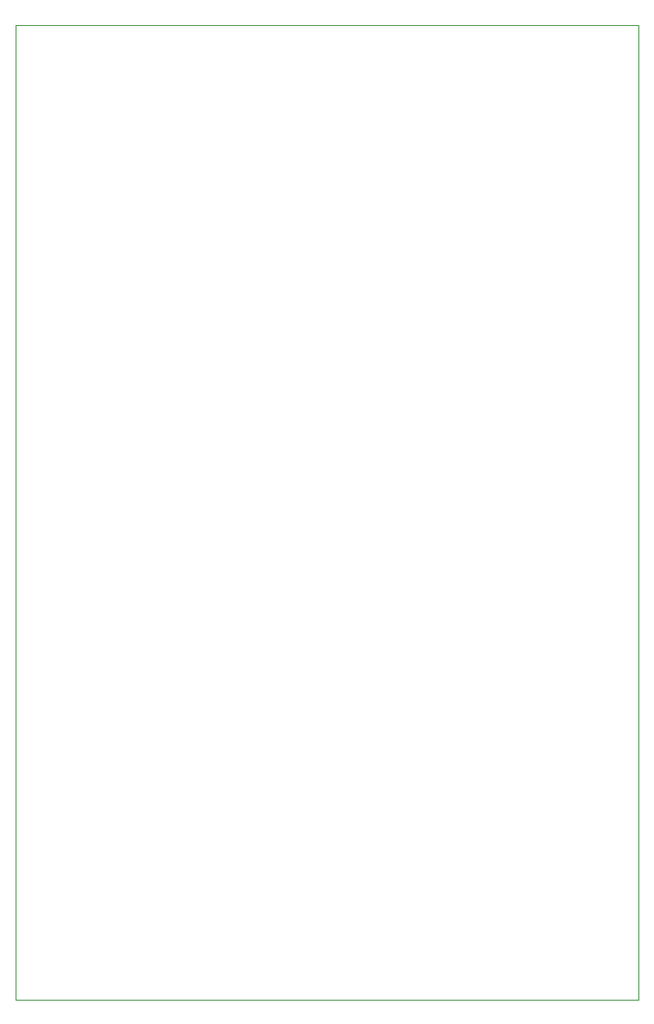
<source format=gbr>
%TF.GenerationSoftware,KiCad,Pcbnew,(5.1.6)-1*%
%TF.CreationDate,2025-12-07T11:43:41-05:00*%
%TF.ProjectId,board2,626f6172-6432-42e6-9b69-6361645f7063,rev?*%
%TF.SameCoordinates,PX196f3b0PY6f6d640*%
%TF.FileFunction,Profile,NP*%
%FSLAX46Y46*%
G04 Gerber Fmt 4.6, Leading zero omitted, Abs format (unit mm)*
G04 Created by KiCad (PCBNEW (5.1.6)-1) date 2025-12-07 11:43:41*
%MOMM*%
%LPD*%
G01*
G04 APERTURE LIST*
%TA.AperFunction,Profile*%
%ADD10C,0.050000*%
%TD*%
G04 APERTURE END LIST*
D10*
X0Y0D02*
X60960000Y0D01*
X0Y95250000D02*
X60960000Y95250000D01*
X0Y95250000D02*
X0Y0D01*
X60960000Y0D02*
X60960000Y95250000D01*
M02*

</source>
